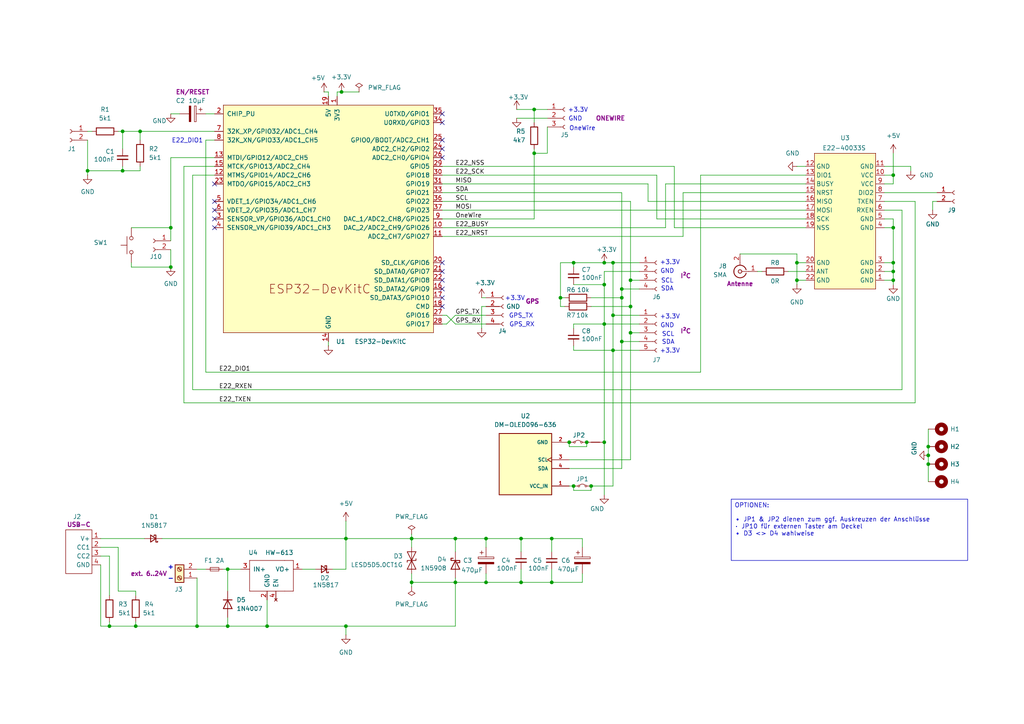
<source format=kicad_sch>
(kicad_sch (version 20231120) (generator "eeschema") (generator_version "8.0")
  (paper "A4")
  (title_block (title "ESP32 - E22 Board") (date "2024-11-03") (rev "V2.1.1") (company "DK9BT / OE3WAS"))
  (lib_symbols
    (symbol "Connector:Conn_01x02_Socket" (pin_names (offset 1.016) hide)
      (property "Reference" "J" (at 0 2.54 0))
      (property "Value" "Conn_01x02_Socket" (at 0 -5.08 0))
      (symbol "Conn_01x02_Socket_1_1"
        (pin passive line (at -5.08 0 0) (length 3.81) (name "Pin_1") (number "1"))
        (pin passive line (at -5.08 -2.54 0) (length 3.81) (name "Pin_2") (number "2"))
      )
    )
    (symbol "Connector:Conn_01x03_Socket" (pin_names (offset 1.016) hide)
      (property "Reference" "J" (at 0 5.08 0))
      (property "Value" "Conn_01x03_Socket" (at 0 -5.08 0))
      (symbol "Conn_01x03_Socket_1_1"
        (pin passive line (at -5.08 2.54 0) (length 3.81) (name "Pin_1") (number "1"))
        (pin passive line (at -5.08 0 0) (length 3.81) (name "Pin_2") (number "2"))
        (pin passive line (at -5.08 -2.54 0) (length 3.81) (name "Pin_3") (number "3"))
      )
    )
    (symbol "Connector:Conn_01x04_Socket" (pin_names (offset 1.016) hide)
      (property "Reference" "J" (at 0 5.08 0))
      (property "Value" "Conn_01x04_Socket" (at 0 -7.62 0))
      (symbol "Conn_01x04_Socket_1_1"
        (pin passive line (at -5.08 2.54 0) (length 3.81) (name "Pin_1") (number "1"))
        (pin passive line (at -5.08 0 0) (length 3.81) (name "Pin_2") (number "2"))
        (pin passive line (at -5.08 -2.54 0) (length 3.81) (name "Pin_3") (number "3"))
        (pin passive line (at -5.08 -5.08 0) (length 3.81) (name "Pin_4") (number "4"))
      )
    )
    (symbol "Connector:Conn_01x05_Socket" (pin_names (offset 1.016) hide)
      (property "Reference" "J" (at 0 7.62 0))
      (property "Value" "Conn_01x05_Socket" (at 0 -7.62 0))
      (symbol "Conn_01x05_Socket_1_1"
        (pin passive line (at -5.08 5.08 0) (length 3.81) (name "Pin_1") (number "1"))
        (pin passive line (at -5.08 2.54 0) (length 3.81) (name "Pin_2") (number "2"))
        (pin passive line (at -5.08 0 0) (length 3.81) (name "Pin_3") (number "3"))
        (pin passive line (at -5.08 -2.54 0) (length 3.81) (name "Pin_4") (number "4"))
        (pin passive line (at -5.08 -5.08 0) (length 3.81) (name "Pin_5") (number "5"))
      )
    )
    (symbol "Connector:Conn_Coaxial" (pin_names (offset 1.016) hide)
      (property "Reference" "J" (at 0.254 3.048 0))
      (property "Value" "Conn_Coaxial" (at 2.921 0 90))
      (symbol "Conn_Coaxial_1_1"
        (pin passive line (at -5.08 0 0) (length 2.54) (name "In") (number "1"))
        (pin passive line (at 0 -5.08 90) (length 2.54) (name "Ext") (number "2"))
      )
    )
    (symbol "Connector:Screw_Terminal_01x02" (pin_names (offset 1.016) hide)
      (property "Reference" "J" (at 0 2.54 0))
      (property "Value" "Screw_Terminal_01x02" (at 0 -5.08 0))
      (symbol "Screw_Terminal_01x02_1_1"
        (pin passive line (at -5.08 0 0) (length 3.81) (name "Pin_1") (number "1"))
        (pin passive line (at -5.08 -2.54 0) (length 3.81) (name "Pin_2") (number "2"))
      )
    )
    (symbol "DM-OLED096-636:DM-OLED096-636" (pin_names (offset 1.016))
      (property "Reference" "U" (at -7.62 10.922 0))
      (property "Value" "DM-OLED096-636" (at -7.62 -10.16 0))
      (symbol "DM-OLED096-636_0_0"
        (pin input clock (at 12.7 2.54 180) (length 5.08) (name "SCL") (number "3"))
        (pin bidirectional line (at 12.7 0 180) (length 5.08) (name "SDA") (number "4"))
      )
      (symbol "DM-OLED096-636_1_0"
        (pin input line (at 12.7 -5.08 180) (length 5.08) (name "VCC_IN") (number "1"))
        (pin input line (at 12.7 7.62 180) (length 5.08) (name "GND") (number "2"))
      )
    )
    (symbol "Device:C_Polarized" (pin_numbers hide) (pin_names (offset 0.254))
      (property "Reference" "C" (at 0.635 2.54 0))
      (property "Value" "C_Polarized" (at 0.635 -2.54 0))
      (symbol "C_Polarized_1_1"
        (pin passive line (at 0 3.81 270) (length 2.794) (name "~") (number "1"))
        (pin passive line (at 0 -3.81 90) (length 2.794) (name "~") (number "2"))
      )
    )
    (symbol "Device:C_Small" (pin_numbers hide) (pin_names (offset 0.254) hide)
      (property "Reference" "C" (at 0.254 1.778 0))
      (property "Value" "C_Small" (at 0.254 -2.032 0))
      (symbol "C_Small_1_1"
        (pin passive line (at 0 2.54 270) (length 2.032) (name "~") (number "1"))
        (pin passive line (at 0 -2.54 90) (length 2.032) (name "~") (number "2"))
      )
    )
    (symbol "Device:D_Schottky_Small" (pin_numbers hide) (pin_names (offset 0.254) hide)
      (property "Reference" "D" (at -1.27 2.032 0))
      (property "Value" "D_Schottky_Small" (at -7.112 -2.032 0))
      (symbol "D_Schottky_Small_1_1"
        (pin passive line (at -2.54 0 0) (length 1.778) (name "K") (number "1"))
        (pin passive line (at 2.54 0 180) (length 1.778) (name "A") (number "2"))
      )
    )
    (symbol "Device:Fuse_Small" (pin_numbers hide) (pin_names (offset 0.254) hide)
      (property "Reference" "F" (at 0 -1.524 0))
      (property "Value" "Fuse_Small" (at 0 1.524 0))
      (symbol "Fuse_Small_1_1"
        (pin passive line (at -2.54 0 0) (length 1.27) (name "~") (number "1"))
        (pin passive line (at 2.54 0 180) (length 1.27) (name "~") (number "2"))
      )
    )
    (symbol "Device:R" (pin_numbers hide) (pin_names (offset 0))
      (property "Reference" "R" (at 2.032 0 90))
      (property "Value" "R" (at 0 0 90))
      (symbol "R_1_1"
        (pin passive line (at 0 3.81 270) (length 1.27) (name "~") (number "1"))
        (pin passive line (at 0 -3.81 90) (length 1.27) (name "~") (number "2"))
      )
    )
    (symbol "Diode:1N4004" (pin_numbers hide) (pin_names hide)
      (property "Reference" "D" (at 0 2.54 0))
      (property "Value" "1N4004" (at 0 -2.54 0))
      (symbol "1N4004_1_1"
        (pin passive line (at -3.81 0 0) (length 2.54) (name "K") (number "1"))
        (pin passive line (at 3.81 0 180) (length 2.54) (name "A") (number "2"))
      )
    )
    (symbol "Diode:1N5820" (pin_numbers hide) (pin_names (offset 1.016) hide)
      (property "Reference" "D" (at 0 2.54 0))
      (property "Value" "1N5820" (at 0 -2.54 0))
      (symbol "1N5820_1_1"
        (pin passive line (at -3.81 0 0) (length 2.54) (name "K") (number "1"))
        (pin passive line (at 3.81 0 180) (length 2.54) (name "A") (number "2"))
      )
    )
    (symbol "Diode:SD05_SOD323" (pin_numbers hide) (pin_names (offset 1.016) hide)
      (property "Reference" "D" (at 0 2.54 0))
      (property "Value" "SD05_SOD323" (at 0 -2.54 0))
      (symbol "SD05_SOD323_1_1"
        (pin passive line (at -3.81 0 0) (length 2.54) (name "A1") (number "1"))
        (pin passive line (at 3.81 0 180) (length 2.54) (name "A2") (number "2"))
      )
    )
    (symbol "E22:E22_400M33S"
      (property "Value" "~" (at 0 0 0))
      (property "Footprint" "footprints_local:E22-400M33S" (at 8.89 1.905 0))
      (symbol "E22_400M33S_1_1"
        (pin power_in line (at 20.32 -36.83 180) (length 2.54) (name "GND") (number "1"))
        (pin power_in line (at 20.32 -6.35 180) (length 2.54) (name "VCC") (number "10"))
        (pin power_in line (at 20.32 -3.81 180) (length 2.54) (name "GND") (number "11"))
        (pin power_in line (at -2.54 -3.81 0) (length 2.54) (name "GND") (number "12"))
        (pin bidirectional line (at -2.54 -6.35 0) (length 2.54) (name "DIO1") (number "13"))
        (pin output line (at -2.54 -8.89 0) (length 2.54) (name "BUSY") (number "14"))
        (pin input line (at -2.54 -11.43 0) (length 2.54) (name "NRST") (number "15"))
        (pin output line (at -2.54 -13.97 0) (length 2.54) (name "MISO") (number "16"))
        (pin input line (at -2.54 -16.51 0) (length 2.54) (name "MOSI") (number "17"))
        (pin input line (at -2.54 -19.05 0) (length 2.54) (name "SCK") (number "18"))
        (pin input line (at -2.54 -21.59 0) (length 2.54) (name "NSS") (number "19"))
        (pin power_in line (at 20.32 -34.29 180) (length 2.54) (name "GND") (number "2"))
        (pin power_in line (at -2.54 -31.75 0) (length 2.54) (name "GND") (number "20"))
        (pin bidirectional line (at -2.54 -34.29 0) (length 2.54) (name "ANT") (number "21"))
        (pin power_in line (at -2.54 -36.83 0) (length 2.54) (name "GND") (number "22"))
        (pin power_in line (at 20.32 -31.75 180) (length 2.54) (name "GND") (number "3"))
        (pin power_in line (at 20.32 -21.59 180) (length 2.54) (name "GND") (number "4"))
        (pin power_in line (at 20.32 -19.05 180) (length 2.54) (name "GND") (number "5"))
        (pin input line (at 20.32 -16.51 180) (length 2.54) (name "RXEN") (number "6"))
        (pin input line (at 20.32 -13.97 180) (length 2.54) (name "TXEN") (number "7"))
        (pin bidirectional line (at 20.32 -11.43 180) (length 2.54) (name "DIO2") (number "8"))
        (pin power_in line (at 20.32 -8.89 180) (length 2.54) (name "VCC") (number "9"))
      )
    )
    (symbol "ESP32:ESP32-DevKitC" (pin_names (offset 1.016))
      (property "Reference" "U" (at -30.48 38.1 0))
      (property "Value" "ESP32-DevKitC" (at -30.48 35.56 0))
      (symbol "ESP32-DevKitC_0_0"
        (text "ESP32-DevKitC" (at -2.54 -20.32 0) (effects (font (size 2.54 2.54))))
        (pin power_in line (at 0 -35.56 90) (length 2.54) (name "GND") (number "14"))
        (pin power_in line (at 0 35.56 270) (length 2.54) (name "5V") (number "19"))
      )
      (symbol "ESP32-DevKitC_1_1"
        (pin power_in line (at 2.54 35.56 270) (length 2.54) (name "3V3") (number "1"))
        (pin bidirectional line (at 33.02 -2.54 180) (length 2.54) (name "DAC_2/ADC2_CH9/GPIO26") (number "10"))
        (pin bidirectional line (at 33.02 -5.08 180) (length 2.54) (name "ADC2_CH7/GPIO27") (number "11"))
        (pin bidirectional line (at -33.02 12.7 0) (length 2.54) (name "MTMS/GPIO14/ADC2_CH6") (number "12"))
        (pin bidirectional line (at -33.02 17.78 0) (length 2.54) (name "MTDI/GPIO12/ADC2_CH5") (number "13"))
        (pin bidirectional line (at -33.02 15.24 0) (length 2.54) (name "MTCK/GPIO13/ADC2_CH4") (number "15"))
        (pin bidirectional line (at 33.02 -20.32 180) (length 2.54) (name "SD_DATA2/GPIO9") (number "16"))
        (pin bidirectional line (at 33.02 -22.86 180) (length 2.54) (name "SD_DATA3/GPIO10") (number "17"))
        (pin bidirectional line (at 33.02 -25.4 180) (length 2.54) (name "CMD") (number "18"))
        (pin input line (at -33.02 30.48 0) (length 2.54) (name "CHIP_PU") (number "2"))
        (pin bidirectional line (at 33.02 -12.7 180) (length 2.54) (name "SD_CLK/GPIO6") (number "20"))
        (pin bidirectional line (at 33.02 -15.24 180) (length 2.54) (name "SD_DATA0/GPIO7") (number "21"))
        (pin bidirectional line (at 33.02 -17.78 180) (length 2.54) (name "SD_DATA1/GPIO8") (number "22"))
        (pin bidirectional line (at -33.02 10.16 0) (length 2.54) (name "MTDO/GPIO15/ADC2_CH3") (number "23"))
        (pin bidirectional line (at 33.02 20.32 180) (length 2.54) (name "ADC2_CH2/GPIO2") (number "24"))
        (pin bidirectional line (at 33.02 22.86 180) (length 2.54) (name "GPIO0/BOOT/ADC2_CH1") (number "25"))
        (pin bidirectional line (at 33.02 17.78 180) (length 2.54) (name "ADC2_CH0/GPIO4") (number "26"))
        (pin bidirectional line (at 33.02 -27.94 180) (length 2.54) (name "GPIO16") (number "27"))
        (pin bidirectional line (at 33.02 -30.48 180) (length 2.54) (name "GPIO17") (number "28"))
        (pin bidirectional line (at 33.02 15.24 180) (length 2.54) (name "GPIO5") (number "29"))
        (pin input line (at -33.02 0 0) (length 2.54) (name "SENSOR_VP/GPIO36/ADC1_CH0") (number "3"))
        (pin bidirectional line (at 33.02 12.7 180) (length 2.54) (name "GPIO18") (number "30"))
        (pin bidirectional line (at 33.02 10.16 180) (length 2.54) (name "GPIO19") (number "31"))
        (pin passive line (at 0 -35.56 90) (length 2.54) hide (name "GND") (number "32"))
        (pin bidirectional line (at 33.02 7.62 180) (length 2.54) (name "GPIO21") (number "33"))
        (pin bidirectional line (at 33.02 27.94 180) (length 2.54) (name "U0RXD/GPIO3") (number "34"))
        (pin bidirectional line (at 33.02 30.48 180) (length 2.54) (name "U0TXD/GPIO1") (number "35"))
        (pin bidirectional line (at 33.02 5.08 180) (length 2.54) (name "GPIO22") (number "36"))
        (pin bidirectional line (at 33.02 2.54 180) (length 2.54) (name "GPIO23") (number "37"))
        (pin passive line (at 0 -35.56 90) (length 2.54) hide (name "GND") (number "38"))
        (pin input line (at -33.02 -2.54 0) (length 2.54) (name "SENSOR_VN/GPIO39/ADC1_CH3") (number "4"))
        (pin input line (at -33.02 5.08 0) (length 2.54) (name "VDET_1/GPIO34/ADC1_CH6") (number "5"))
        (pin input line (at -33.02 2.54 0) (length 2.54) (name "VDET_2/GPIO35/ADC1_CH7") (number "6"))
        (pin bidirectional line (at -33.02 25.4 0) (length 2.54) (name "32K_XP/GPIO32/ADC1_CH4") (number "7"))
        (pin bidirectional line (at -33.02 22.86 0) (length 2.54) (name "32K_XN/GPIO33/ADC1_CH5") (number "8"))
        (pin bidirectional line (at 33.02 0 180) (length 2.54) (name "DAC_1/ADC2_CH8/GPIO25") (number "9"))
      )
    )
    (symbol "HW-613:Mini_DC-DC_12-24V_adjustable" (pin_names (offset 1.016))
      (property "Reference" "U" (at 0 -1.27 0))
      (property "Value" "Mini_DC-DC_12-24V_adjustable" (at 2.54 -3.81 0))
      (symbol "Mini_DC-DC_12-24V_adjustable_1_1"
        (pin power_out line (at 8.89 -7.62 180) (length 2.54) (name "VO+") (number "1"))
        (pin power_in line (at -1.27 -16.51 90) (length 2.54) (name "GND") (number "2"))
        (pin power_in line (at -8.89 -7.62 0) (length 2.54) (name "IN+") (number "3"))
        (pin no_connect line (at 1.27 -16.51 90) (length 2.54) (name "EN") (number "4"))
      )
    )
    (symbol "Jumper:Jumper_2_Small_Bridged" (pin_numbers hide) (pin_names (offset 0) hide) (exclude_from_sim yes)
      (property "Reference" "JP" (at 0 2.032 0))
      (property "Value" "Jumper_2_Small_Bridged" (at 0 -2.286 0))
      (symbol "Jumper_2_Small_Bridged_1_1"
        (pin passive line (at -2.54 0 0) (length 1.27) (name "A") (number "1"))
        (pin passive line (at 2.54 0 180) (length 1.27) (name "B") (number "2"))
      )
    )
    (symbol "Mechanical:MountingHole_Pad" (pin_numbers hide) (pin_names (offset 1.016) hide) (exclude_from_sim yes) (in_bom no)
      (property "Reference" "H" (at 0 6.35 0))
      (property "Value" "MountingHole_Pad" (at 0 4.445 0))
      (symbol "MountingHole_Pad_1_1"
        (pin input line (at 0 -2.54 90) (length 2.54) (name "1") (number "1"))
      )
    )
    (symbol "NetTie:NetTie_2" (pin_numbers hide) (pin_names (offset 0) hide) (in_bom no)
      (property "Reference" "NT" (at 0 1.27 0))
      (property "Value" "NetTie_2" (at 0 -1.27 0))
      (symbol "NetTie_2_1_1"
        (pin passive line (at -2.54 0 0) (length 2.54) (name "1") (number "1"))
        (pin passive line (at 2.54 0 180) (length 2.54) (name "2") (number "2"))
      )
    )
    (symbol "Switch:SW_Push" (pin_numbers hide) (pin_names (offset 1.016) hide)
      (property "Reference" "SW" (at 1.27 2.54 0))
      (property "Value" "SW_Push" (at 0 -1.524 0))
      (symbol "SW_Push_0_1"
        (pin passive line (at -5.08 0 0) (length 2.54) (name "1") (number "1"))
        (pin passive line (at 5.08 0 180) (length 2.54) (name "2") (number "2"))
      )
    )
    (symbol "USB-C:USB-C_vert"
      (property "Reference" "J" (at 1.016 -1.27 0))
      (symbol "USB-C_vert_1_1"
        (pin output line (at 10.16 10.16 180) (length 2.54) (name "V+") (number "1"))
        (pin passive line (at 10.16 7.62 180) (length 2.54) (name "CC1") (number "2"))
        (pin passive line (at 10.16 5.08 180) (length 2.54) (name "CC2") (number "3"))
        (pin power_in line (at 10.16 2.54 180) (length 2.54) (name "GND") (number "4"))
      )
    )
    (symbol "power:+3.3V" (power) (pin_numbers hide) (pin_names (offset 0) hide)
      (property "Value" "+3.3V" (at 0 3.556 0))
      (symbol "+3.3V_1_1"
        (pin power_in line (at 0 0 90) (length 0) (name "~") (number "1"))
      )
    )
    (symbol "power:+5V" (power) (pin_numbers hide) (pin_names (offset 0) hide)
      (property "Value" "+5V" (at 0 3.556 0))
      (symbol "+5V_1_1"
        (pin power_in line (at 0 0 90) (length 0) (name "~") (number "1"))
      )
    )
    (symbol "power:GND" (power) (pin_numbers hide) (pin_names (offset 0) hide)
      (property "Value" "GND" (at 0 -3.81 0))
      (symbol "GND_1_1"
        (pin power_in line (at 0 0 270) (length 0) (name "~") (number "1"))
      )
    )
    (symbol "power:PWR_FLAG" (power) (pin_numbers hide) (pin_names (offset 0) hide)
      (property "Value" "PWR_FLAG" (at 0 3.81 0))
      (symbol "PWR_FLAG_0_0"
        (pin power_out line (at 0 0 90) (length 0) (name "~") (number "1"))
      )
    )
  )
  (junction (at 166.37 76.2))
  (junction (at 171.45 140.97))
  (junction (at 31.75 181.61))
  (junction (at 57.15 181.61))
  (junction (at 151.13 156.21))
  (junction (at 182.88 96.52))
  (junction (at 269.24 129.54))
  (junction (at 100.33 156.21))
  (junction (at 175.26 128.27))
  (junction (at 132.08 156.21))
  (junction (at 140.97 156.21))
  (junction (at 165.1 128.27))
  (junction (at 180.34 99.06))
  (junction (at 35.56 49.53))
  (junction (at 160.02 168.91))
  (junction (at 180.34 83.82))
  (junction (at 182.88 81.28))
  (junction (at 259.08 50.8))
  (junction (at 154.94 44.45))
  (junction (at 151.13 168.91))
  (junction (at 177.8 91.44))
  (junction (at 259.08 76.2))
  (junction (at 231.14 81.28))
  (junction (at 175.26 76.2))
  (junction (at 132.08 168.91))
  (junction (at 177.8 76.2))
  (junction (at 119.38 156.21))
  (junction (at 140.97 168.91))
  (junction (at 66.04 181.61))
  (junction (at 49.53 77.47))
  (junction (at 77.47 181.61))
  (junction (at 162.56 86.36))
  (junction (at 39.37 181.61))
  (junction (at 170.18 128.27))
  (junction (at 160.02 156.21))
  (junction (at 35.56 38.1))
  (junction (at 259.08 78.74))
  (junction (at 182.88 88.9))
  (junction (at 259.08 81.28))
  (junction (at 177.8 101.6))
  (junction (at 66.04 165.1))
  (junction (at 25.4 49.53))
  (junction (at 175.26 93.98))
  (junction (at 99.06 26.67))
  (junction (at 119.38 168.91))
  (junction (at 166.37 140.97))
  (junction (at 259.08 66.04))
  (junction (at 231.14 76.2))
  (junction (at 154.94 31.75))
  (junction (at 175.26 82.55))
  (junction (at 269.24 134.62))
  (junction (at 49.53 66.04))
  (junction (at 40.64 38.1))
  (junction (at 180.34 86.36))
  (junction (at 269.24 132.08))
  (junction (at 100.33 181.61))
  (no_connect (at 128.27 83.82))
  (no_connect (at 128.27 33.02))
  (no_connect (at 62.23 53.34))
  (no_connect (at 128.27 78.74))
  (no_connect (at 128.27 81.28))
  (no_connect (at 62.23 63.5))
  (no_connect (at 62.23 66.04))
  (no_connect (at 128.27 43.18))
  (no_connect (at 62.23 58.42))
  (no_connect (at 128.27 35.56))
  (no_connect (at 128.27 45.72))
  (no_connect (at 128.27 88.9))
  (no_connect (at 128.27 40.64))
  (no_connect (at 128.27 76.2))
  (no_connect (at 128.27 86.36))
  (no_connect (at 62.23 60.96))
  (wire (pts (xy 40.64 38.1) (xy 62.23 38.1)))
  (wire (pts (xy 170.18 128.27) (xy 170.18 129.54)))
  (wire (pts (xy 166.37 93.98) (xy 175.26 93.98)))
  (wire (pts (xy 166.37 76.2) (xy 166.37 77.47)))
  (wire (pts (xy 171.45 88.9) (xy 182.88 88.9)))
  (wire (pts (xy 35.56 49.53) (xy 40.64 49.53)))
  (wire (pts (xy 66.04 179.07) (xy 66.04 181.61)))
  (wire (pts (xy 160.02 165.1) (xy 160.02 168.91)))
  (wire (pts (xy 175.26 82.55) (xy 175.26 93.98)))
  (wire (pts (xy 49.53 45.72) (xy 62.23 45.72)))
  (wire (pts (xy 233.68 81.28) (xy 231.14 81.28)))
  (wire (pts (xy 177.8 101.6) (xy 177.8 140.97)))
  (wire (pts (xy 151.13 165.1) (xy 151.13 168.91)))
  (wire (pts (xy 59.69 33.02) (xy 62.23 33.02)))
  (wire (pts (xy 259.08 53.34) (xy 259.08 50.8)))
  (wire (pts (xy 128.27 55.88) (xy 180.34 55.88)))
  (wire (pts (xy 259.08 50.8) (xy 259.08 44.45)))
  (wire (pts (xy 53.34 116.84) (xy 265.43 116.84)))
  (wire (pts (xy 46.99 156.21) (xy 100.33 156.21)))
  (wire (pts (xy 119.38 156.21) (xy 119.38 158.75)))
  (wire (pts (xy 162.56 88.9) (xy 163.83 88.9)))
  (wire (pts (xy 77.47 181.61) (xy 100.33 181.61)))
  (wire (pts (xy 49.53 66.04) (xy 38.1 66.04)))
  (wire (pts (xy 198.12 55.88) (xy 198.12 68.58)))
  (wire (pts (xy 259.08 82.55) (xy 259.08 81.28)))
  (wire (pts (xy 180.34 99.06) (xy 180.34 135.89)))
  (wire (pts (xy 166.37 76.2) (xy 175.26 76.2)))
  (wire (pts (xy 59.69 107.95) (xy 203.2 107.95)))
  (wire (pts (xy 158.75 36.83) (xy 158.75 44.45)))
  (wire (pts (xy 129.54 93.98) (xy 132.08 91.44)))
  (wire (pts (xy 269.24 134.62) (xy 269.24 139.7)))
  (wire (pts (xy 180.34 55.88) (xy 180.34 83.82)))
  (wire (pts (xy 55.88 50.8) (xy 55.88 113.03)))
  (wire (pts (xy 139.7 88.9) (xy 139.7 95.25)))
  (wire (pts (xy 31.75 161.29) (xy 31.75 172.72)))
  (wire (pts (xy 171.45 142.24) (xy 171.45 140.97)))
  (wire (pts (xy 87.63 165.1) (xy 91.44 165.1)))
  (wire (pts (xy 31.75 181.61) (xy 39.37 181.61)))
  (wire (pts (xy 49.53 33.02) (xy 52.07 33.02)))
  (wire (pts (xy 25.4 49.53) (xy 35.56 49.53)))
  (wire (pts (xy 198.12 55.88) (xy 233.68 55.88)))
  (wire (pts (xy 256.54 48.26) (xy 264.16 48.26)))
  (wire (pts (xy 119.38 156.21) (xy 132.08 156.21)))
  (wire (pts (xy 154.94 44.45) (xy 154.94 43.18)))
  (wire (pts (xy 128.27 50.8) (xy 190.5 50.8)))
  (wire (pts (xy 29.21 161.29) (xy 31.75 161.29)))
  (wire (pts (xy 119.38 168.91) (xy 132.08 168.91)))
  (wire (pts (xy 132.08 167.64) (xy 132.08 168.91)))
  (wire (pts (xy 162.56 86.36) (xy 163.83 86.36)))
  (wire (pts (xy 259.08 81.28) (xy 259.08 78.74)))
  (wire (pts (xy 128.27 63.5) (xy 154.94 63.5)))
  (wire (pts (xy 256.54 53.34) (xy 259.08 53.34)))
  (wire (pts (xy 129.54 91.44) (xy 132.08 93.98)))
  (wire (pts (xy 140.97 166.37) (xy 140.97 168.91)))
  (wire (pts (xy 180.34 99.06) (xy 185.42 99.06)))
  (wire (pts (xy 180.34 86.36) (xy 180.34 99.06)))
  (wire (pts (xy 38.1 76.2) (xy 38.1 77.47)))
  (wire (pts (xy 97.79 26.67) (xy 97.79 27.94)))
  (wire (pts (xy 119.38 154.94) (xy 119.38 156.21)))
  (wire (pts (xy 140.97 156.21) (xy 151.13 156.21)))
  (wire (pts (xy 99.06 26.67) (xy 104.14 26.67)))
  (wire (pts (xy 29.21 181.61) (xy 31.75 181.61)))
  (wire (pts (xy 259.08 66.04) (xy 259.08 76.2)))
  (wire (pts (xy 100.33 181.61) (xy 100.33 184.15)))
  (wire (pts (xy 165.1 129.54) (xy 170.18 129.54)))
  (wire (pts (xy 49.53 66.04) (xy 49.53 69.85)))
  (wire (pts (xy 119.38 166.37) (xy 119.38 168.91)))
  (wire (pts (xy 62.23 40.64) (xy 59.69 40.64)))
  (wire (pts (xy 162.56 76.2) (xy 166.37 76.2)))
  (wire (pts (xy 34.29 171.45) (xy 39.37 171.45)))
  (wire (pts (xy 62.23 50.8) (xy 55.88 50.8)))
  (wire (pts (xy 270.51 58.42) (xy 270.51 60.96)))
  (wire (pts (xy 256.54 55.88) (xy 271.78 55.88)))
  (wire (pts (xy 175.26 93.98) (xy 185.42 93.98)))
  (wire (pts (xy 177.8 91.44) (xy 177.8 76.2)))
  (wire (pts (xy 177.8 76.2) (xy 185.42 76.2)))
  (wire (pts (xy 180.34 83.82) (xy 180.34 86.36)))
  (wire (pts (xy 128.27 60.96) (xy 233.68 60.96)))
  (wire (pts (xy 233.68 48.26) (xy 231.14 48.26)))
  (wire (pts (xy 132.08 91.44) (xy 140.97 91.44)))
  (wire (pts (xy 165.1 135.89) (xy 180.34 135.89)))
  (wire (pts (xy 128.27 53.34) (xy 187.96 53.34)))
  (wire (pts (xy 259.08 63.5) (xy 259.08 66.04)))
  (wire (pts (xy 162.56 86.36) (xy 162.56 88.9)))
  (wire (pts (xy 95.25 99.06) (xy 95.25 100.33)))
  (wire (pts (xy 269.24 132.08) (xy 269.24 134.62)))
  (wire (pts (xy 151.13 156.21) (xy 160.02 156.21)))
  (wire (pts (xy 269.24 129.54) (xy 269.24 132.08)))
  (wire (pts (xy 77.47 173.99) (xy 77.47 181.61)))
  (wire (pts (xy 175.26 78.74) (xy 175.26 82.55)))
  (wire (pts (xy 57.15 165.1) (xy 59.69 165.1)))
  (wire (pts (xy 203.2 50.8) (xy 233.68 50.8)))
  (wire (pts (xy 95.25 26.67) (xy 95.25 27.94)))
  (wire (pts (xy 31.75 180.34) (xy 31.75 181.61)))
  (wire (pts (xy 100.33 151.13) (xy 100.33 156.21)))
  (wire (pts (xy 100.33 156.21) (xy 100.33 165.1)))
  (wire (pts (xy 228.6 78.74) (xy 233.68 78.74)))
  (wire (pts (xy 190.5 50.8) (xy 190.5 63.5)))
  (wire (pts (xy 166.37 93.98) (xy 166.37 95.25)))
  (wire (pts (xy 128.27 68.58) (xy 198.12 68.58)))
  (wire (pts (xy 154.94 44.45) (xy 154.94 63.5)))
  (wire (pts (xy 256.54 81.28) (xy 259.08 81.28)))
  (wire (pts (xy 160.02 156.21) (xy 160.02 160.02)))
  (wire (pts (xy 160.02 156.21) (xy 168.91 156.21)))
  (wire (pts (xy 34.29 38.1) (xy 35.56 38.1)))
  (wire (pts (xy 261.62 60.96) (xy 261.62 113.03)))
  (wire (pts (xy 29.21 158.75) (xy 34.29 158.75)))
  (wire (pts (xy 128.27 48.26) (xy 195.58 48.26)))
  (wire (pts (xy 165.1 133.35) (xy 182.88 133.35)))
  (wire (pts (xy 129.54 93.98) (xy 128.27 93.98)))
  (wire (pts (xy 25.4 38.1) (xy 26.67 38.1)))
  (wire (pts (xy 149.86 31.75) (xy 154.94 31.75)))
  (wire (pts (xy 55.88 113.03) (xy 261.62 113.03)))
  (wire (pts (xy 39.37 181.61) (xy 57.15 181.61)))
  (wire (pts (xy 182.88 96.52) (xy 185.42 96.52)))
  (wire (pts (xy 256.54 63.5) (xy 259.08 63.5)))
  (wire (pts (xy 99.06 26.67) (xy 97.79 26.67)))
  (wire (pts (xy 259.08 76.2) (xy 259.08 78.74)))
  (wire (pts (xy 40.64 38.1) (xy 40.64 40.64)))
  (wire (pts (xy 177.8 91.44) (xy 185.42 91.44)))
  (wire (pts (xy 182.88 58.42) (xy 182.88 81.28)))
  (wire (pts (xy 140.97 168.91) (xy 151.13 168.91)))
  (wire (pts (xy 214.63 73.66) (xy 231.14 73.66)))
  (wire (pts (xy 175.26 128.27) (xy 175.26 143.51)))
  (wire (pts (xy 168.91 166.37) (xy 168.91 168.91)))
  (wire (pts (xy 57.15 167.64) (xy 57.15 181.61)))
  (wire (pts (xy 151.13 156.21) (xy 151.13 160.02)))
  (wire (pts (xy 177.8 76.2) (xy 175.26 76.2)))
  (wire (pts (xy 29.21 163.83) (xy 29.21 181.61)))
  (wire (pts (xy 132.08 168.91) (xy 140.97 168.91)))
  (wire (pts (xy 256.54 78.74) (xy 259.08 78.74)))
  (wire (pts (xy 177.8 140.97) (xy 171.45 140.97)))
  (wire (pts (xy 66.04 165.1) (xy 69.85 165.1)))
  (wire (pts (xy 219.71 78.74) (xy 220.98 78.74)))
  (wire (pts (xy 256.54 60.96) (xy 261.62 60.96)))
  (wire (pts (xy 165.1 128.27) (xy 165.1 129.54)))
  (wire (pts (xy 29.21 156.21) (xy 41.91 156.21)))
  (wire (pts (xy 154.94 44.45) (xy 158.75 44.45)))
  (wire (pts (xy 128.27 58.42) (xy 182.88 58.42)))
  (wire (pts (xy 34.29 158.75) (xy 34.29 171.45)))
  (wire (pts (xy 149.86 34.29) (xy 158.75 34.29)))
  (wire (pts (xy 100.33 181.61) (xy 132.08 181.61)))
  (wire (pts (xy 100.33 156.21) (xy 119.38 156.21)))
  (wire (pts (xy 177.8 101.6) (xy 185.42 101.6)))
  (wire (pts (xy 190.5 63.5) (xy 233.68 63.5)))
  (wire (pts (xy 66.04 165.1) (xy 66.04 171.45)))
  (wire (pts (xy 25.4 49.53) (xy 25.4 50.8)))
  (wire (pts (xy 270.51 58.42) (xy 271.78 58.42)))
  (wire (pts (xy 166.37 101.6) (xy 166.37 100.33)))
  (wire (pts (xy 256.54 66.04) (xy 259.08 66.04)))
  (wire (pts (xy 132.08 168.91) (xy 132.08 181.61)))
  (wire (pts (xy 128.27 66.04) (xy 193.04 66.04)))
  (wire (pts (xy 38.1 77.47) (xy 49.53 77.47)))
  (wire (pts (xy 39.37 171.45) (xy 39.37 172.72)))
  (wire (pts (xy 140.97 156.21) (xy 140.97 158.75)))
  (wire (pts (xy 264.16 49.53) (xy 264.16 48.26)))
  (wire (pts (xy 256.54 76.2) (xy 259.08 76.2)))
  (wire (pts (xy 187.96 53.34) (xy 187.96 58.42)))
  (wire (pts (xy 39.37 180.34) (xy 39.37 181.61)))
  (wire (pts (xy 166.37 82.55) (xy 175.26 82.55)))
  (wire (pts (xy 182.88 96.52) (xy 182.88 133.35)))
  (wire (pts (xy 93.98 26.67) (xy 95.25 26.67)))
  (wire (pts (xy 256.54 50.8) (xy 259.08 50.8)))
  (wire (pts (xy 132.08 156.21) (xy 132.08 160.02)))
  (wire (pts (xy 129.54 91.44) (xy 128.27 91.44)))
  (wire (pts (xy 35.56 38.1) (xy 40.64 38.1)))
  (wire (pts (xy 203.2 50.8) (xy 203.2 107.95)))
  (wire (pts (xy 193.04 53.34) (xy 193.04 66.04)))
  (wire (pts (xy 57.15 181.61) (xy 66.04 181.61)))
  (wire (pts (xy 193.04 53.34) (xy 233.68 53.34)))
  (wire (pts (xy 66.04 181.61) (xy 77.47 181.61)))
  (wire (pts (xy 265.43 116.84) (xy 265.43 58.42)))
  (wire (pts (xy 62.23 48.26) (xy 53.34 48.26)))
  (wire (pts (xy 231.14 76.2) (xy 231.14 81.28)))
  (wire (pts (xy 64.77 165.1) (xy 66.04 165.1)))
  (wire (pts (xy 231.14 81.28) (xy 231.14 82.55)))
  (wire (pts (xy 269.24 124.46) (xy 269.24 129.54)))
  (wire (pts (xy 139.7 88.9) (xy 140.97 88.9)))
  (wire (pts (xy 175.26 93.98) (xy 175.26 128.27)))
  (wire (pts (xy 59.69 40.64) (xy 59.69 107.95)))
  (wire (pts (xy 180.34 83.82) (xy 185.42 83.82)))
  (wire (pts (xy 35.56 38.1) (xy 35.56 43.18)))
  (wire (pts (xy 40.64 49.53) (xy 40.64 48.26)))
  (wire (pts (xy 182.88 81.28) (xy 185.42 81.28)))
  (wire (pts (xy 166.37 101.6) (xy 177.8 101.6)))
  (wire (pts (xy 233.68 76.2) (xy 231.14 76.2)))
  (wire (pts (xy 182.88 81.28) (xy 182.88 88.9)))
  (wire (pts (xy 187.96 58.42) (xy 233.68 58.42)))
  (wire (pts (xy 171.45 86.36) (xy 180.34 86.36)))
  (wire (pts (xy 182.88 88.9) (xy 182.88 96.52)))
  (wire (pts (xy 53.34 48.26) (xy 53.34 116.84)))
  (wire (pts (xy 165.1 140.97) (xy 166.37 140.97)))
  (wire (pts (xy 139.7 86.36) (xy 140.97 86.36)))
  (wire (pts (xy 162.56 76.2) (xy 162.56 86.36)))
  (wire (pts (xy 35.56 49.53) (xy 35.56 48.26)))
  (wire (pts (xy 231.14 73.66) (xy 231.14 76.2)))
  (wire (pts (xy 177.8 91.44) (xy 177.8 101.6)))
  (wire (pts (xy 195.58 48.26) (xy 195.58 66.04)))
  (wire (pts (xy 166.37 140.97) (xy 166.37 142.24)))
  (wire (pts (xy 132.08 156.21) (xy 140.97 156.21)))
  (wire (pts (xy 195.58 66.04) (xy 233.68 66.04)))
  (wire (pts (xy 160.02 168.91) (xy 168.91 168.91)))
  (wire (pts (xy 25.4 40.64) (xy 25.4 49.53)))
  (wire (pts (xy 119.38 168.91) (xy 119.38 170.18)))
  (wire (pts (xy 151.13 168.91) (xy 160.02 168.91)))
  (wire (pts (xy 256.54 58.42) (xy 265.43 58.42)))
  (wire (pts (xy 168.91 156.21) (xy 168.91 158.75)))
  (wire (pts (xy 49.53 66.04) (xy 49.53 45.72)))
  (wire (pts (xy 166.37 142.24) (xy 171.45 142.24)))
  (wire (pts (xy 154.94 35.56) (xy 154.94 31.75)))
  (wire (pts (xy 96.52 165.1) (xy 100.33 165.1)))
  (wire (pts (xy 132.08 93.98) (xy 140.97 93.98)))
  (wire (pts (xy 154.94 31.75) (xy 158.75 31.75)))
  (wire (pts (xy 49.53 72.39) (xy 49.53 77.47)))
  (wire (pts (xy 175.26 78.74) (xy 185.42 78.74)))
  (text_box "OPTIONEN:\n\n• JP1 & JP2 dienen zum ggf. Auskreuzen der Anschlüsse\n· JP10 für externen Taster am Deckel\n• D3 <> D4 wahlweise\n\n" (exclude_from_sim yes) (at 212.09 144.78 0) (size 68.58 17.78) (effects (font (size 1.27 1.27)) (justify left top)))
  (text "GND" (at 193.548 94.488 0) (effects (font (size 1.27 1.27))))
  (text "SCL" (at 193.548 81.534 0) (effects (font (size 1.27 1.27))))
  (text "GND" (at 193.548 78.74 0) (effects (font (size 1.27 1.27))))
  (text "SCL" (at 193.802 97.028 0) (effects (font (size 1.27 1.27))))
  (text "+3.3V" (at 149.352 86.614 0) (effects (font (size 1.27 1.27))))
  (text "+3.3V" (at 194.31 101.854 0) (effects (font (size 1.27 1.27))))
  (text "GND" (at 166.878 34.544 0) (effects (font (size 1.27 1.27))))
  (text "-" (at 49.53 167.894 0) (effects (font (size 1.27 1.27) (thickness 0.254) (bold yes))))
  (text "GPS_TX" (at 151.13 91.694 0) (effects (font (size 1.27 1.27))))
  (text "OneWire" (at 168.91 37.338 0) (effects (font (size 1.27 1.27))))
  (text "SDA" (at 193.802 99.314 0) (effects (font (size 1.27 1.27))))
  (text "SDA" (at 193.548 83.82 0) (effects (font (size 1.27 1.27))))
  (text "+3.3V" (at 194.31 76.2 0) (effects (font (size 1.27 1.27))))
  (text "+" (at 49.53 164.592 0) (effects (font (size 1.27 1.27) (thickness 0.254) (bold yes))))
  (text "GPS_RX" (at 151.384 94.234 0) (effects (font (size 1.27 1.27))))
  (text "+3.3V" (at 194.31 91.948 0) (effects (font (size 1.27 1.27))))
  (text "E22_DIO1" (at 54.356 40.894 0) (effects (font (size 1.27 1.27))))
  (text "+3.3V" (at 167.64 32.004 0) (effects (font (size 1.27 1.27))))
  (label "E22_NRST" (at 132.08 68.58 0))
  (label "SCL" (at 132.08 58.42 0))
  (label "E22_BUSY" (at 132.08 66.04 0))
  (label "GPS_TX" (at 132.08 91.44 0))
  (label "E22_SCK" (at 132.08 50.8 0))
  (label "E22_RXEN" (at 63.5 113.03 0))
  (label "E22_DIO1" (at 63.5 107.95 0))
  (label "E22_TXEN" (at 63.5 116.84 0))
  (label "GPS_RX" (at 132.08 93.98 0))
  (label "MISO" (at 132.08 53.34 0))
  (label "SDA" (at 132.08 55.88 0))
  (label "MOSI" (at 132.08 60.96 0))
  (label "E22_NSS" (at 132.08 48.26 0))
  (label "OneWire" (at 132.08 63.5 0))
  (symbol (lib_id "Device:R") (at 30.48 38.1 90) (unit 1)
    (property "Reference" "R1" (at 30.48 31.75 90))
    (property "Value" "5k1" (at 30.48 34.29 90))
    (property "Footprint" "Resistor_THT:R_Axial_DIN0207_L6.3mm_D2.5mm_P7.62mm_Horizontal" (effects (hide yes)))
    (property "Description" "Resistor" (effects (hide yes)))
  )
  (symbol (lib_id "Device:D_Schottky_Small") (at 93.98 165.1 180) (unit 1)
    (property "Reference" "D2" (at 94.234 167.64 0))
    (property "Value" "1N5817" (at 94.488 169.672 0))
    (property "Footprint" "Diode_THT:D_DO-41_SOD81_P7.62mm_Horizontal" (effects (hide yes)))
    (property "Description" "Schottky diode, small symbol" (effects (hide yes)))
  )
  (symbol (lib_id "Diode:1N5820") (at 132.08 163.83 90) (mirror x) (unit 1)
    (property "Reference" "D4" (at 129.54 162.2424 90) (effects (justify left)))
    (property "Value" "1N5908" (at 129.54 164.7824 90) (effects (justify left)))
    (property "Footprint" "Diode_THT:D_DO-201_P12.70mm_Horizontal" (effects (hide yes)))
  )
  (symbol (lib_id "Connector:Conn_01x05_Socket") (at 190.5 96.52 0) (unit 1)
    (property "Reference" "J7" (at 189.23 104.394 0) (effects (justify left)))
    (property "Value" "Conn_01x05_Socket" (effects (hide yes)))
    (property "Footprint" "Connector_PinSocket_2.54mm:PinSocket_1x05_P2.54mm_Vertical" (effects (hide yes)))
    (property "Description" "Generic connector, single row, 01x05, script generated" (effects (hide yes)))
    (property "Function" "I²C" (at 198.882 96.012 0) (effects (font (thickness 0.254) (bold yes))))
  )
  (symbol (lib_id "power:GND") (at 270.51 60.96 0) (unit 1)
    (property "Reference" "#PWR020" (effects (hide yes)))
    (property "Value" "GND" (at 268.478 65.024 0) (effects (justify left)))
    (property "Description" "Power symbol creates a global label with name \"GND\" , ground" (effects (hide yes)))
  )
  (symbol (lib_id "Mechanical:MountingHole_Pad") (at 271.78 134.62 270) (unit 1) (exclude_from_sim yes) (in_bom no)
    (property "Reference" "H3" (at 275.59 134.62 90) (effects (justify left)))
    (property "Value" "MountingHole_Pad" (effects (hide yes)))
    (property "Footprint" "MountingHole:MountingHole_2.2mm_M2_Pad_TopBottom" (effects (hide yes)))
    (property "Description" "Mounting Hole with connection" (effects (hide yes)))
  )
  (symbol (lib_id "Device:C_Small") (at 166.37 97.79 0) (unit 1)
    (property "Reference" "C8" (at 168.656 96.012 0) (effects (justify left)))
    (property "Value" "100nF" (at 168.656 98.298 0) (effects (justify left)))
    (property "Footprint" "Capacitor_THT:C_Disc_D4.7mm_W2.5mm_P5.00mm" (effects (hide yes)))
    (property "Description" "Unpolarized capacitor, small symbol" (effects (hide yes)))
  )
  (symbol (lib_id "power:+3.3V") (at 139.7 86.36 0) (unit 1)
    (property "Reference" "#PWR09" (effects (hide yes)))
    (property "Value" "+3.3V" (at 137.668 82.042 0) (effects (justify left)))
    (property "Description" "Power symbol creates a global label with name \"+3.3V\"" (effects (hide yes)))
  )
  (symbol (lib_id "power:GND") (at 49.53 33.02 0) (unit 1)
    (property "Reference" "#PWR02" (effects (hide yes)))
    (property "Value" "GND" (at 44.196 35.052 0) (effects (justify left)))
    (property "Description" "Power symbol creates a global label with name \"GND\" , ground" (effects (hide yes)))
  )
  (symbol (lib_id "power:PWR_FLAG") (at 104.14 26.67 0) (unit 1)
    (property "Reference" "#FLG03" (effects (hide yes)))
    (property "Value" "PWR_FLAG" (at 106.68 25.3999 0) (effects (justify left)))
    (property "Description" "Special symbol for telling ERC where power comes from" (effects (hide yes)))
  )
  (symbol (lib_id "Device:R") (at 167.64 86.36 90) (mirror x) (unit 1)
    (property "Reference" "R6" (at 165.608 84.074 90))
    (property "Value" "10k" (at 169.164 84.074 90))
    (property "Footprint" "Resistor_THT:R_Axial_DIN0207_L6.3mm_D2.5mm_P7.62mm_Horizontal" (effects (hide yes)))
    (property "Description" "Resistor" (effects (hide yes)))
  )
  (symbol (lib_id "Device:R") (at 224.79 78.74 90) (unit 1)
    (property "Reference" "R8" (at 224.79 76.2 90))
    (property "Value" "0R" (at 224.79 81.534 90))
    (property "Footprint" "Resistor_SMD:R_0805_2012Metric" (effects (hide yes)))
    (property "Description" "Resistor" (effects (hide yes)))
  )
  (symbol (lib_id "ESP32:ESP32-DevKitC") (at 95.25 63.5 0) (unit 1)
    (property "Reference" "U1" (at 97.4441 99.06 0) (effects (justify left)))
    (property "Value" "ESP32-DevKitC" (at 102.87 99.06 0) (effects (justify left)))
    (property "Footprint" "footprints_local:ESP32-DevKitC" (effects (hide yes)))
    (property "Datasheet" "https://docs.espressif.com/projects/esp-idf/zh_CN/latest/esp32/hw-reference/esp32/get-started-devkitc.html" (effects (hide yes)))
    (property "Description" "Development Kit" (effects (hide yes)))
  )
  (symbol (lib_id "Device:R") (at 31.75 176.53 0) (unit 1)
    (property "Reference" "R3" (at 34.29 175.2599 0) (effects (justify left)))
    (property "Value" "5k1" (at 34.29 177.7999 0) (effects (justify left)))
    (property "Footprint" "Resistor_THT:R_Axial_DIN0207_L6.3mm_D2.5mm_P7.62mm_Horizontal" (effects (hide yes)))
    (property "Description" "Resistor" (effects (hide yes)))
  )
  (symbol (lib_id "power:+5V") (at 100.33 151.13 0) (unit 1)
    (property "Reference" "#PWR04" (effects (hide yes)))
    (property "Value" "+5V" (at 100.33 146.05 0))
    (property "Description" "Power symbol creates a global label with name \"+5V\"" (effects (hide yes)))
  )
  (symbol (lib_id "power:PWR_FLAG") (at 119.38 170.18 180) (unit 1)
    (property "Reference" "#FLG02" (effects (hide yes)))
    (property "Value" "PWR_FLAG" (at 119.38 175.26 0))
    (property "Description" "Special symbol for telling ERC where power comes from" (effects (hide yes)))
  )
  (symbol (lib_id "Mechanical:MountingHole_Pad") (at 271.78 139.7 270) (unit 1) (exclude_from_sim yes) (in_bom no)
    (property "Reference" "H4" (at 275.59 139.6999 90) (effects (justify left)))
    (property "Value" "MountingHole_Pad" (effects (hide yes)))
    (property "Footprint" "MountingHole:MountingHole_2.2mm_M2_Pad_TopBottom" (effects (hide yes)))
    (property "Description" "Mounting Hole with connection" (effects (hide yes)))
  )
  (symbol (lib_id "power:+3.3V") (at 99.06 26.67 0) (unit 1)
    (property "Reference" "#PWR08" (effects (hide yes)))
    (property "Value" "+3.3V" (at 96.012 22.352 0) (effects (justify left)))
    (property "Description" "Power symbol creates a global label with name \"+3.3V\"" (effects (hide yes)))
  )
  (symbol (lib_id "Device:C_Polarized") (at 140.97 162.56 0) (unit 1)
    (property "Reference" "C3" (at 135.636 162.56 0))
    (property "Value" "470µF" (at 136.906 165.354 0))
    (property "Footprint" "Capacitor_THT:CP_Radial_D5.0mm_P2.50mm" (effects (hide yes)))
    (property "Description" "Polarized capacitor" (effects (hide yes)))
  )
  (symbol (lib_id "Connector:Conn_01x03_Socket") (at 163.83 34.29 0) (unit 1)
    (property "Reference" "J5" (at 162.56 39.116 0) (effects (justify left)))
    (property "Value" "Conn_01x03_Socket" (effects (hide yes)))
    (property "Footprint" "Connector_PinHeader_2.54mm:PinHeader_1x03_P2.54mm_Vertical" (effects (hide yes)))
    (property "Description" "Generic connector, single row, 01x03, script generated" (effects (hide yes)))
    (property "Funktion" "ONEWIRE " (at 177.546 34.29 0) (effects (font (thickness 0.254) (bold yes))))
  )
  (symbol (lib_id "power:GND") (at 25.4 50.8 0) (unit 1)
    (property "Reference" "#PWR01" (effects (hide yes)))
    (property "Value" "GND" (at 23.368 55.626 0) (effects (justify left)))
    (property "Description" "Power symbol creates a global label with name \"GND\" , ground" (effects (hide yes)))
  )
  (symbol (lib_id "power:PWR_FLAG") (at 119.38 154.94 0) (unit 1)
    (property "Reference" "#FLG01" (effects (hide yes)))
    (property "Value" "PWR_FLAG" (at 119.38 149.86 0))
    (property "Description" "Special symbol for telling ERC where power comes from" (effects (hide yes)))
  )
  (symbol (lib_id "Connector:Conn_01x04_Socket") (at 146.05 88.9 0) (unit 1)
    (property "Reference" "J4" (at 144.526 96.012 0) (effects (justify left)))
    (property "Value" "Conn_01x04_Socket" (effects (hide yes)))
    (property "Footprint" "Connector_PinHeader_2.54mm:PinHeader_1x04_P2.54mm_Vertical" (effects (hide yes)))
    (property "Description" "Generic connector, single row, 01x04, script generated" (effects (hide yes)))
    (property "Funktion" "GPS" (at 154.432 87.376 0) (effects (font (thickness 0.254) (bold yes))))
  )
  (symbol (lib_id "Diode:SD05_SOD323") (at 119.38 162.56 90) (mirror x) (unit 1)
    (property "Reference" "D3" (at 116.84 161.2899 90) (effects (justify left)))
    (property "Value" "LESD5D5.0CT1G" (at 116.84 163.8299 90) (effects (justify left)))
    (property "Footprint" "Diode_SMD:D_SOD-523" (effects (hide yes)))
    (property "Datasheet" "https://www.littelfuse.com/~/media/electronics/datasheets/tvs_diode_arrays/littelfuse_tvs_diode_array_sd_c_datasheet.pdf.pdf" (effects (hide yes)))
    (property "Description" "5V, 450W Discrete Bidirectional TVS Diode, SOD-323" (effects (hide yes)))
  )
  (symbol (lib_id "Mechanical:MountingHole_Pad") (at 271.78 124.46 270) (unit 1) (exclude_from_sim yes) (in_bom no)
    (property "Reference" "H1" (at 275.59 124.4599 90) (effects (justify left)))
    (property "Value" "MountingHole_Pad" (effects (hide yes)))
    (property "Footprint" "MountingHole:MountingHole_2.2mm_M2_Pad_TopBottom" (effects (hide yes)))
    (property "Description" "Mounting Hole with connection" (effects (hide yes)))
  )
  (symbol (lib_id "Connector:Conn_01x04_Socket") (at 190.5 78.74 0) (unit 1)
    (property "Reference" "J6" (at 189.23 86.106 0) (effects (justify left)))
    (property "Value" "Conn_01x04_Socket" (effects (hide yes)))
    (property "Footprint" "Connector_PinSocket_2.54mm:PinSocket_1x04_P2.54mm_Vertical" (effects (hide yes)))
    (property "Description" "Generic connector, single row, 01x04, script generated" (effects (hide yes)))
    (property "Funktion" "I²C" (at 198.882 80.01 0) (effects (font (thickness 0.254) (bold yes))))
  )
  (symbol (lib_id "Switch:SW_Push") (at 38.1 71.12 90) (unit 1)
    (property "Reference" "SW1" (at 27.178 70.358 90) (effects (justify right)))
    (property "Value" "SW_Push" (effects (hide yes)))
    (property "Footprint" "Button_Switch_THT:SW_PUSH_6mm" (effects (hide yes)))
    (property "Description" "Push button switch, generic, two pins" (effects (hide yes)))
  )
  (symbol (lib_id "power:GND") (at 259.08 82.55 0) (unit 1)
    (property "Reference" "#PWR018" (effects (hide yes)))
    (property "Value" "GND" (at 261.112 86.614 0) (effects (justify right)))
    (property "Description" "Power symbol creates a global label with name \"GND\" , ground" (effects (hide yes)))
  )
  (symbol (lib_id "power:GND") (at 139.7 95.25 0) (unit 1)
    (property "Reference" "#PWR010" (effects (hide yes)))
    (property "Value" "GND" (at 146.812 88.9 0) (effects (justify left)))
    (property "Description" "Power symbol creates a global label with name \"GND\" , ground" (effects (hide yes)))
  )
  (symbol (lib_id "power:+3.3V") (at 175.26 76.2 0) (unit 1)
    (property "Reference" "#PWR014" (effects (hide yes)))
    (property "Value" "+3.3V" (at 172.974 72.39 0) (effects (justify left)))
    (property "Description" "Power symbol creates a global label with name \"+3.3V\"" (effects (hide yes)))
  )
  (symbol (lib_id "Device:C_Small") (at 35.56 45.72 0) (mirror y) (unit 1)
    (property "Reference" "C1" (at 33.274 43.942 0) (effects (justify left)))
    (property "Value" "100nF" (at 33.274 46.228 0) (effects (justify left)))
    (property "Footprint" "Capacitor_THT:C_Disc_D4.7mm_W2.5mm_P5.00mm" (effects (hide yes)))
    (property "Description" "Unpolarized capacitor, small symbol" (effects (hide yes)))
  )
  (symbol (lib_id "Device:C_Small") (at 166.37 80.01 0) (unit 1)
    (property "Reference" "C7" (at 168.656 78.232 0) (effects (justify left)))
    (property "Value" "100nF" (at 168.656 80.518 0) (effects (justify left)))
    (property "Footprint" "Capacitor_THT:C_Disc_D4.7mm_W2.5mm_P5.00mm" (effects (hide yes)))
    (property "Description" "Unpolarized capacitor, small symbol" (effects (hide yes)))
  )
  (symbol (lib_id "Connector:Conn_01x02_Socket") (at 20.32 38.1 0) (mirror y) (unit 1)
    (property "Reference" "J1" (at 20.828 43.18 0))
    (property "Value" "Conn_01x02_Socket" (effects (hide yes)))
    (property "Footprint" "Connector_PinHeader_2.54mm:PinHeader_1x02_P2.54mm_Vertical" (effects (hide yes)))
    (property "Description" "Generic connector, single row, 01x02, script generated" (effects (hide yes)))
  )
  (symbol (lib_id "power:GND") (at 100.33 184.15 0) (unit 1)
    (property "Reference" "#PWR05" (effects (hide yes)))
    (property "Value" "GND" (at 100.33 189.23 0))
    (property "Description" "Power symbol creates a global label with name \"GND\" , ground" (effects (hide yes)))
  )
  (symbol (lib_id "NetTie:NetTie_2") (at 172.72 128.27 0) (unit 1) (in_bom no)
    (property "Reference" "NT1" (effects (hide yes)))
    (property "Value" "NetTie_2" (effects (hide yes)))
    (property "Footprint" "NetTie:NetTie-2_SMD_Pad0.5mm" (effects (hide yes)))
    (property "Description" "Net tie, 2 pins" (effects (hide yes)))
  )
  (symbol (lib_id "power:GND") (at 149.86 34.29 0) (unit 1)
    (property "Reference" "#PWR012" (effects (hide yes)))
    (property "Value" "GND" (effects (hide yes)))
    (property "Description" "Power symbol creates a global label with name \"GND\" , ground" (effects (hide yes)))
  )
  (symbol (lib_id "Connector:Screw_Terminal_01x02") (at 52.07 167.64 180) (unit 1)
    (property "Reference" "J3" (at 51.816 170.942 0))
    (property "Value" "Screw_Terminal_01x02" (effects (hide yes)))
    (property "Footprint" "TerminalBlock_Phoenix:TerminalBlock_Phoenix_MKDS-1,5-2-5.08_1x02_P5.08mm_Horizontal" (effects (hide yes)))
    (property "Description" "Generic screw terminal, single row, 01x02, script generated (kicad-library-utils/schlib/autogen/connector/)" (effects (hide yes)))
    (property "Function" "ext. 6..24V" (at 43.18 166.37 0) (effects (font (thickness 0.254) (bold yes))))
  )
  (symbol (lib_id "Device:D_Schottky_Small") (at 44.45 156.21 180) (unit 1)
    (property "Reference" "D1" (at 44.704 149.86 0))
    (property "Value" "1N5817" (at 44.704 152.4 0))
    (property "Footprint" "Diode_THT:D_DO-41_SOD81_P5.08mm_Vertical_KathodeUp" (effects (hide yes)))
    (property "Description" "Schottky diode, small symbol" (effects (hide yes)))
  )
  (symbol (lib_id "Device:R") (at 39.37 176.53 0) (unit 1)
    (property "Reference" "R4" (at 41.91 175.2599 0) (effects (justify left)))
    (property "Value" "5k1" (at 41.402 177.8 0) (effects (justify left)))
    (property "Footprint" "Resistor_THT:R_Axial_DIN0207_L6.3mm_D2.5mm_P7.62mm_Horizontal" (effects (hide yes)))
    (property "Description" "Resistor" (effects (hide yes)))
  )
  (symbol (lib_id "Jumper:Jumper_2_Small_Bridged") (at 168.91 140.97 0) (unit 1) (exclude_from_sim yes)
    (property "Reference" "JP1" (at 168.91 138.938 0))
    (property "Value" "Jumper_2_Small_Bridged" (effects (hide yes)))
    (property "Footprint" "TestPoint:TestPoint_2Pads_Pitch2.54mm_Drill0.8mm" (effects (hide yes)))
    (property "Description" "Jumper, 2-pole, small symbol, bridged" (effects (hide yes)))
  )
  (symbol (lib_id "Connector:Conn_01x02_Socket") (at 44.45 69.85 0) (mirror y) (unit 1)
    (property "Reference" "J10" (at 45.212 74.422 0))
    (property "Value" "Conn_01x02_Socket" (effects (hide yes)))
    (property "Footprint" "Connector_PinHeader_2.54mm:PinHeader_1x02_P2.54mm_Vertical" (effects (hide yes)))
    (property "Description" "Generic connector, single row, 01x02, script generated" (effects (hide yes)))
  )
  (symbol (lib_id "USB-C:USB-C_vert") (at 19.05 166.37 0) (unit 1)
    (property "Reference" "J2" (at 22.352 149.86 0))
    (property "Value" "~" (at 22.86 152.4 0))
    (property "Footprint" "footprints_local:USB-C_vert" (effects (hide yes)))
    (property "Funktion" "USB-C" (at 22.86 152.146 0) (effects (font (thickness 0.254) (bold yes))))
  )
  (symbol (lib_id "DM-OLED096-636:DM-OLED096-636") (at 152.4 135.89 0) (unit 1)
    (property "Reference" "U2" (at 152.4 120.65 0))
    (property "Value" "DM-OLED096-636" (at 152.4 123.19 0))
    (property "Footprint" "footprints_local:DM-OLED096-636" (effects (hide yes)))
    (property "MF" "Display Module" (effects (hide yes)))
    (property "MAXIMUM_PACKAGE_HEIGHT" "11.3 mm" (effects (hide yes)))
    (property "Package" "Package" (effects (hide yes)))
    (property "Price" "None" (effects (hide yes)))
    (property "Check_prices" "https://www.snapeda.com/parts/DM-OLED096-636/Display+Module/view-part/?ref=eda" (effects (hide yes)))
    (property "STANDARD" "Manufacturer Recommendations" (effects (hide yes)))
    (property "PARTREV" "2018-09-10" (effects (hide yes)))
    (property "SnapEDA_Link" "https://www.snapeda.com/parts/DM-OLED096-636/Display+Module/view-part/?ref=snap" (effects (hide yes)))
    (property "MP" "DM-OLED096-636" (effects (hide yes)))
    (property "Description_1" "\n0.96” 128 X 64 MONOCHROME GRAPHIC OLED DISPLAY MODULE - I2C\n" (effects (hide yes)))
    (property "Availability" "Not in stock" (effects (hide yes)))
    (property "MANUFACTURER" "Displaymodule" (effects (hide yes)))
  )
  (symbol (lib_id "E22:E22_400M33S") (at 236.22 44.45 0) (unit 1)
    (property "Reference" "U3" (at 245.11 40.005 0))
    (property "Value" "E22-40033S" (at 244.856 42.926 0))
    (property "Footprint" "footprints_local:E22-400M33S" (effects (hide yes)))
  )
  (symbol (lib_id "power:GND") (at 49.53 77.47 0) (unit 1)
    (property "Reference" "#PWR03" (effects (hide yes)))
    (property "Value" "GND" (at 47.498 82.296 0) (effects (justify left)))
    (property "Description" "Power symbol creates a global label with name \"GND\" , ground" (effects (hide yes)))
  )
  (symbol (lib_id "Jumper:Jumper_2_Small_Bridged") (at 167.64 128.27 0) (unit 1) (exclude_from_sim yes)
    (property "Reference" "JP2" (at 167.894 126.238 0))
    (property "Value" "Jumper_2_Small_Bridged" (effects (hide yes)))
    (property "Footprint" "TestPoint:TestPoint_2Pads_Pitch2.54mm_Drill0.8mm" (effects (hide yes)))
    (property "Description" "Jumper, 2-pole, small symbol, bridged" (effects (hide yes)))
  )
  (symbol (lib_id "Diode:1N4004") (at 66.04 175.26 270) (unit 1)
    (property "Reference" "D5" (at 68.58 173.9899 90) (effects (justify left)))
    (property "Value" "1N4007" (at 68.58 176.5299 90) (effects (justify left)))
    (property "Footprint" "Diode_THT:D_DO-41_SOD81_P5.08mm_Vertical_KathodeUp" (effects (hide yes)))
    (property "Datasheet" "http://www.vishay.com/docs/88503/1n4001.pdf" (effects (hide yes)))
    (property "Description" "400V 1A General Purpose Rectifier Diode, DO-41" (effects (hide yes)))
    (property "Sim.Device" "D" (effects (hide yes)))
    (property "Sim.Pins" "1=K 2=A" (effects (hide yes)))
  )
  (symbol (lib_id "power:GND") (at 95.25 100.33 0) (unit 1)
    (property "Reference" "#PWR07" (effects (hide yes)))
    (property "Value" "GND" (effects (hide yes)))
    (property "Description" "Power symbol creates a global label with name \"GND\" , ground" (effects (hide yes)))
  )
  (symbol (lib_id "power:GND") (at 231.14 82.55 0) (unit 1)
    (property "Reference" "#PWR016" (effects (hide yes)))
    (property "Value" "GND" (at 231.14 87.63 0))
    (property "Description" "Power symbol creates a global label with name \"GND\" , ground" (effects (hide yes)))
  )
  (symbol (lib_id "power:GND") (at 175.26 143.51 0) (unit 1)
    (property "Reference" "#PWR013" (effects (hide yes)))
    (property "Value" "GND" (at 175.26 147.574 0) (effects (justify right)))
    (property "Description" "Power symbol creates a global label with name \"GND\" , ground" (effects (hide yes)))
  )
  (symbol (lib_id "power:+3.3V") (at 149.86 31.75 0) (unit 1)
    (property "Reference" "#PWR011" (effects (hide yes)))
    (property "Value" "+3.3V" (at 147.32 28.194 0) (effects (justify left)))
    (property "Description" "Power symbol creates a global label with name \"+3.3V\"" (effects (hide yes)))
  )
  (symbol (lib_id "Device:Fuse_Small") (at 62.23 165.1 0) (unit 1)
    (property "Reference" "F1" (at 60.452 162.56 0))
    (property "Value" "2A" (at 63.754 162.56 0))
    (property "Footprint" "Resistor_THT:R_Axial_DIN0411_L9.9mm_D3.6mm_P5.08mm_Vertical" (effects (hide yes)))
    (property "Description" "Fuse, small symbol" (effects (hide yes)))
  )
  (symbol (lib_id "power:GND") (at 264.16 49.53 0) (unit 1)
    (property "Reference" "#PWR019" (effects (hide yes)))
    (property "Value" "GND" (at 266.7 50.7999 0) (effects (justify left)))
    (property "Description" "Power symbol creates a global label with name \"GND\" , ground" (effects (hide yes)))
  )
  (symbol (lib_id "power:+5V") (at 259.08 44.45 0) (unit 1)
    (property "Reference" "#PWR017" (effects (hide yes)))
    (property "Value" "+5V" (at 259.08 39.37 0))
    (property "Description" "Power symbol creates a global label with name \"+5V\"" (effects (hide yes)))
  )
  (symbol (lib_id "Device:C_Polarized") (at 168.91 162.56 0) (unit 1)
    (property "Reference" "C6" (at 164.084 162.56 0))
    (property "Value" "470µF" (at 164.846 165.1 0))
    (property "Footprint" "Capacitor_THT:CP_Radial_D5.0mm_P2.50mm" (effects (hide yes)))
    (property "Description" "Polarized capacitor" (effects (hide yes)))
  )
  (symbol (lib_id "HW-613:Mini_DC-DC_12-24V_adjustable") (at 78.74 157.48 0) (unit 1)
    (property "Reference" "U4" (at 73.406 160.274 0))
    (property "Value" "HW-613" (at 81.026 160.274 0))
    (property "Footprint" "KiCad:HW-613" (effects (hide yes)))
  )
  (symbol (lib_id "power:GND") (at 269.24 132.08 270) (unit 1)
    (property "Reference" "#PWR021" (effects (hide yes)))
    (property "Value" "GND" (at 265.176 132.08 0) (effects (justify right)))
    (property "Description" "Power symbol creates a global label with name \"GND\" , ground" (effects (hide yes)))
  )
  (symbol (lib_id "Device:C_Polarized") (at 55.88 33.02 270) (unit 1)
    (property "Reference" "C2" (at 52.324 29.21 90))
    (property "Value" "10µF" (at 57.15 29.21 90))
    (property "Footprint" "Capacitor_THT:CP_Radial_D6.3mm_P2.50mm" (effects (hide yes)))
    (property "Description" "Polarized capacitor" (effects (hide yes)))
    (property "Funktion" "EN/RESET" (at 55.88 26.67 90) (effects (font (thickness 0.254) (bold yes))))
  )
  (symbol (lib_id "Connector:Conn_Coaxial") (at 214.63 78.74 180) (unit 1)
    (property "Reference" "J8" (at 210.82 77.1767 0) (effects (justify left)))
    (property "Value" "SMA" (at 210.82 79.7167 0) (effects (justify left)))
    (property "Footprint" "Connector_Coaxial:SMA_Amphenol_132134-14_Vertical" (effects (hide yes)))
    (property "Description" "coaxial connector (BNC, SMA, SMB, SMC, Cinch/RCA, LEMO, ...)" (effects (hide yes)))
    (property "Funktion" "Antenne" (at 214.63 82.296 0) (effects (font (thickness 0.254) (bold yes))))
  )
  (symbol (lib_id "Connector:Conn_01x02_Socket") (at 276.86 55.88 0) (unit 1)
    (property "Reference" "J9" (at 274.828 60.96 0) (effects (justify left)))
    (property "Value" "Conn_01x02_Socket" (effects (hide yes)))
    (property "Footprint" "Connector_PinHeader_2.54mm:PinHeader_1x02_P2.54mm_Vertical" (effects (hide yes)))
    (property "Description" "Generic connector, single row, 01x02, script generated" (effects (hide yes)))
  )
  (symbol (lib_id "Device:R") (at 40.64 44.45 0) (unit 1)
    (property "Reference" "R2" (at 43.18 43.1799 0) (effects (justify left)))
    (property "Value" "5k1" (at 43.18 45.7199 0) (effects (justify left)))
    (property "Footprint" "Resistor_THT:R_Axial_DIN0207_L6.3mm_D2.5mm_P7.62mm_Horizontal" (effects (hide yes)))
    (property "Description" "Resistor" (effects (hide yes)))
  )
  (symbol (lib_id "power:GND") (at 231.14 48.26 270) (unit 1)
    (property "Reference" "#PWR015" (effects (hide yes)))
    (property "Value" "GND" (at 229.87 44.45 90))
    (property "Description" "Power symbol creates a global label with name \"GND\" , ground" (effects (hide yes)))
  )
  (symbol (lib_id "Device:R") (at 167.64 88.9 90) (mirror x) (unit 1)
    (property "Reference" "R7" (at 165.608 91.44 90))
    (property "Value" "10k" (at 168.91 91.44 90))
    (property "Footprint" "Resistor_THT:R_Axial_DIN0207_L6.3mm_D2.5mm_P7.62mm_Horizontal" (effects (hide yes)))
    (property "Description" "Resistor" (effects (hide yes)))
  )
  (symbol (lib_id "Device:R") (at 154.94 39.37 0) (mirror y) (unit 1)
    (property "Reference" "R5" (at 152.4 38.0999 0) (effects (justify left)))
    (property "Value" "4k7" (at 152.4 40.6399 0) (effects (justify left)))
    (property "Footprint" "Resistor_THT:R_Axial_DIN0207_L6.3mm_D2.5mm_P7.62mm_Horizontal" (effects (hide yes)))
    (property "Description" "Resistor" (effects (hide yes)))
  )
  (symbol (lib_id "Device:C_Small") (at 160.02 162.56 0) (mirror y) (unit 1)
    (property "Reference" "C5" (at 157.226 162.56 0) (effects (justify left)))
    (property "Value" "100nF" (at 159.258 164.846 0) (effects (justify left)))
    (property "Footprint" "Capacitor_THT:C_Disc_D4.7mm_W2.5mm_P5.00mm" (effects (hide yes)))
    (property "Description" "Unpolarized capacitor, small symbol" (effects (hide yes)))
  )
  (symbol (lib_id "power:+5V") (at 93.98 26.67 0) (unit 1)
    (property "Reference" "#PWR06" (effects (hide yes)))
    (property "Value" "+5V" (at 90.17 22.606 0) (effects (justify left)))
    (property "Description" "Power symbol creates a global label with name \"+5V\"" (effects (hide yes)))
  )
  (symbol (lib_id "Device:C_Small") (at 151.13 162.56 0) (mirror y) (unit 1)
    (property "Reference" "C4" (at 148.082 162.56 0) (effects (justify left)))
    (property "Value" "100nF" (at 150.114 164.846 0) (effects (justify left)))
    (property "Footprint" "Capacitor_THT:C_Disc_D4.7mm_W2.5mm_P5.00mm" (effects (hide yes)))
    (property "Description" "Unpolarized capacitor, small symbol" (effects (hide yes)))
  )
  (symbol (lib_id "Mechanical:MountingHole_Pad") (at 271.78 129.54 270) (unit 1) (exclude_from_sim yes) (in_bom no)
    (property "Reference" "H2" (at 275.59 129.5399 90) (effects (justify left)))
    (property "Value" "MountingHole_Pad" (effects (hide yes)))
    (property "Footprint" "MountingHole:MountingHole_2.2mm_M2_Pad_TopBottom" (effects (hide yes)))
    (property "Description" "Mounting Hole with connection" (effects (hide yes)))
  )
)
</source>
